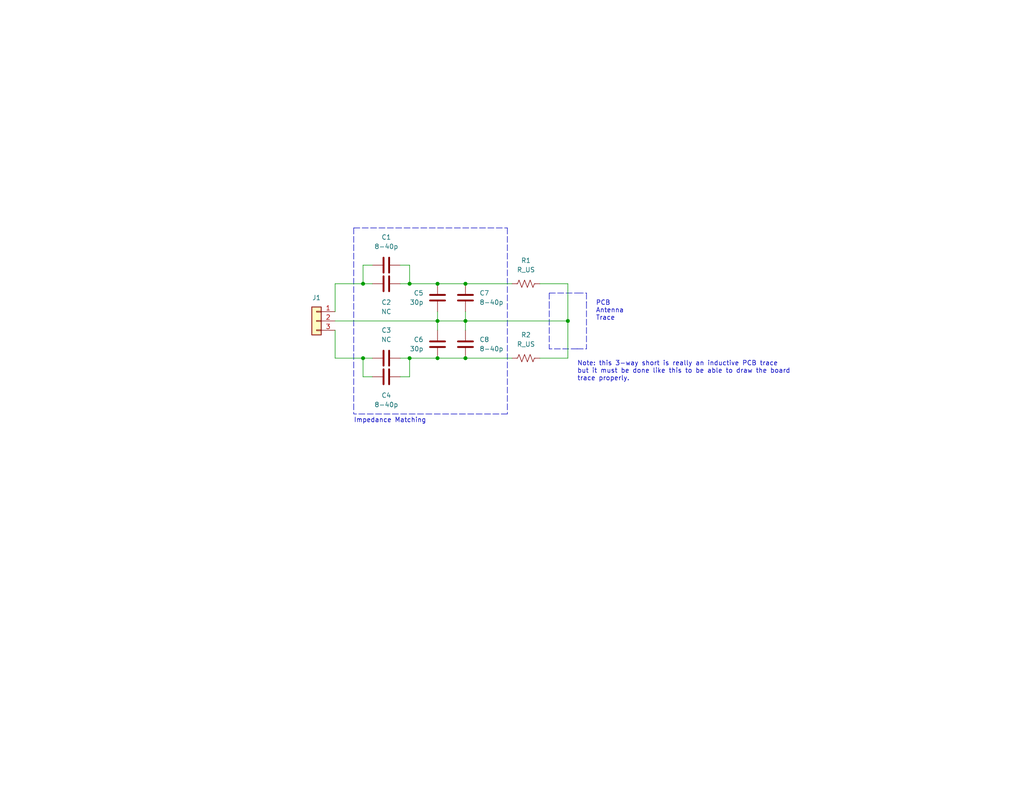
<source format=kicad_sch>
(kicad_sch (version 20211123) (generator eeschema)
  (paper "A")
  (title_block (title "Labpass RFID Reader - Mezzanine") (date "2022-05-15") (rev "1.0.0"))
  (lib_symbols
    (symbol "Connector_Generic:Conn_01x03" (pin_names (offset 1.016) hide)
      (property "Reference" "J" (at 0 5.08 0))
      (property "Value" "Conn_01x03" (at 0 -5.08 0))
      (symbol "Conn_01x03_1_1"
        (rectangle (start -1.27 -2.413) (end 0 -2.667) (stroke (width 0.1524)))
        (rectangle (start -1.27 0.127) (end 0 -0.127) (stroke (width 0.1524)))
        (rectangle (start -1.27 2.667) (end 0 2.413) (stroke (width 0.1524)))
        (rectangle (start -1.27 3.81) (end 1.27 -3.81) (stroke (width 0.254)) (fill (type background)))
        (pin passive line (at -5.08 2.54 0) (length 3.81) (name "Pin_1") (number "1"))
        (pin passive line (at -5.08 0 0) (length 3.81) (name "Pin_2") (number "2"))
        (pin passive line (at -5.08 -2.54 0) (length 3.81) (name "Pin_3") (number "3"))
      )
    )
    (symbol "Device:C" (pin_numbers hide) (pin_names (offset 0.254))
      (property "Reference" "C" (at 0.635 2.54 0))
      (property "Value" "C" (at 0.635 -2.54 0))
      (symbol "C_0_1"
        (polyline (pts (xy -2.032 -0.762) (xy 2.032 -0.762)) (stroke (width 0.508)))
        (polyline (pts (xy -2.032 0.762) (xy 2.032 0.762)) (stroke (width 0.508)))
      )
      (symbol "C_1_1"
        (pin passive line (at 0 3.81 270) (length 2.794) (name "~") (number "1"))
        (pin passive line (at 0 -3.81 90) (length 2.794) (name "~") (number "2"))
      )
    )
    (symbol "Device:R_US" (pin_numbers hide) (pin_names (offset 0))
      (property "Reference" "R" (at 2.54 0 90))
      (property "Value" "R_US" (at -2.54 0 90))
      (symbol "R_US_0_1"
        (polyline (pts (xy 0 -2.286) (xy 0 -2.54)))
        (polyline (pts (xy 0 2.286) (xy 0 2.54)))
        (polyline (pts (xy 0 -0.762) (xy 1.016 -1.143) (xy 0 -1.524) (xy -1.016 -1.905) (xy 0 -2.286)))
        (polyline (pts (xy 0 0.762) (xy 1.016 0.381) (xy 0 0) (xy -1.016 -0.381) (xy 0 -0.762)))
        (polyline (pts (xy 0 2.286) (xy 1.016 1.905) (xy 0 1.524) (xy -1.016 1.143) (xy 0 0.762)))
      )
      (symbol "R_US_1_1"
        (pin passive line (at 0 3.81 270) (length 1.27) (name "~") (number "1"))
        (pin passive line (at 0 -3.81 90) (length 1.27) (name "~") (number "2"))
      )
    )
  )
  (junction (at 119.38 87.63))
  (junction (at 127 77.47))
  (junction (at 119.38 97.79))
  (junction (at 127 97.79))
  (junction (at 99.06 97.79))
  (junction (at 127 87.63))
  (junction (at 154.94 87.63))
  (junction (at 99.06 77.47))
  (junction (at 111.76 77.47))
  (junction (at 119.38 77.47))
  (junction (at 111.76 97.79))
  (wire (pts (xy 91.44 77.47) (xy 99.06 77.47)))
  (wire (pts (xy 147.32 77.47) (xy 154.94 77.47)))
  (wire (pts (xy 127 85.09) (xy 127 87.63)))
  (wire (pts (xy 109.22 97.79) (xy 111.76 97.79)))
  (wire (pts (xy 111.76 77.47) (xy 119.38 77.47)))
  (wire (pts (xy 101.6 102.87) (xy 99.06 102.87)))
  (wire (pts (xy 99.06 72.39) (xy 99.06 77.47)))
  (wire (pts (xy 109.22 102.87) (xy 111.76 102.87)))
  (wire (pts (xy 111.76 97.79) (xy 119.38 97.79)))
  (wire (pts (xy 109.22 72.39) (xy 111.76 72.39)))
  (wire (pts (xy 91.44 77.47) (xy 91.44 85.09)))
  (polyline (pts (xy 149.86 80.01) (xy 149.86 82.55)))
  (polyline (pts (xy 160.02 80.01) (xy 160.02 82.55)))
  (polyline (pts (xy 157.48 95.25) (xy 149.86 95.25)))
  (wire (pts (xy 119.38 87.63) (xy 127 87.63)))
  (wire (pts (xy 109.22 77.47) (xy 111.76 77.47)))
  (polyline (pts (xy 96.52 62.23) (xy 96.52 113.03)))
  (polyline (pts (xy 138.43 113.03) (xy 96.52 113.03)))
  (polyline (pts (xy 157.48 80.01) (xy 160.02 80.01)))
  (wire (pts (xy 101.6 72.39) (xy 99.06 72.39)))
  (wire (pts (xy 127 97.79) (xy 139.7 97.79)))
  (wire (pts (xy 111.76 72.39) (xy 111.76 77.47)))
  (polyline (pts (xy 149.86 80.01) (xy 157.48 80.01)))
  (wire (pts (xy 127 87.63) (xy 127 90.17)))
  (polyline (pts (xy 138.43 62.23) (xy 138.43 113.03)))
  (wire (pts (xy 99.06 77.47) (xy 101.6 77.47)))
  (polyline (pts (xy 160.02 82.55) (xy 160.02 95.25)))
  (wire (pts (xy 154.94 87.63) (xy 154.94 97.79)))
  (wire (pts (xy 91.44 90.17) (xy 91.44 97.79)))
  (wire (pts (xy 91.44 97.79) (xy 99.06 97.79)))
  (wire (pts (xy 111.76 97.79) (xy 111.76 102.87)))
  (wire (pts (xy 147.32 97.79) (xy 154.94 97.79)))
  (wire (pts (xy 127 77.47) (xy 139.7 77.47)))
  (polyline (pts (xy 149.86 82.55) (xy 149.86 95.25)))
  (wire (pts (xy 119.38 97.79) (xy 127 97.79)))
  (wire (pts (xy 119.38 87.63) (xy 119.38 90.17)))
  (wire (pts (xy 99.06 97.79) (xy 99.06 102.87)))
  (polyline (pts (xy 96.52 62.23) (xy 138.43 62.23)))
  (wire (pts (xy 154.94 77.47) (xy 154.94 87.63)))
  (wire (pts (xy 127 87.63) (xy 154.94 87.63)))
  (wire (pts (xy 119.38 85.09) (xy 119.38 87.63)))
  (wire (pts (xy 119.38 77.47) (xy 127 77.47)))
  (wire (pts (xy 91.44 87.63) (xy 119.38 87.63)))
  (wire (pts (xy 99.06 97.79) (xy 101.6 97.79)))
  (polyline (pts (xy 157.48 95.25) (xy 160.02 95.25)))
  (text "PCB\nAntenna\nTrace" (at 162.56 87.63 0) (effects (font (size 1.27 1.27)) (justify left bottom)))
  (text "Impedance Matching" (at 96.52 115.57 0) (effects (font (size 1.27 1.27)) (justify left bottom)))
  (text "Note: this 3-way short is really an inductive PCB trace\nbut it must be done like this to be able to draw the board\ntrace properly." (at 157.48 104.14 0) (effects (font (size 1.27 1.27)) (justify left bottom)))
  (symbol (lib_id "Device:C") (at 105.41 72.39 90) (unit 1)
    (property "Reference" "C1" (at 105.41 64.77 90))
    (property "Value" "8-40p" (at 105.41 67.31 90))
    (property "Footprint" "Resistor_SMD:R_0603_1608Metric" (effects hide))
  )
  (symbol (lib_id "Connector_Generic:Conn_01x03") (at 86.36 87.63 0) (mirror y) (unit 1)
    (property "Reference" "J1" (at 86.36 81.28 0))
    (property "Value" "Conn_01x03_Male" (effects hide))
    (property "Footprint" "Capstone Footprint Library:PinHeader_1x03_P2.54mm_Horizontal" (effects hide))
  )
  (symbol (lib_id "Device:C") (at 119.38 81.28 0) (mirror x) (unit 1)
    (property "Reference" "C5" (at 115.57 80.0099 0) (effects (justify right)))
    (property "Value" "30p" (at 115.57 82.5499 0) (effects (justify right)))
    (property "Footprint" "Capacitor_SMD:C_0603_1608Metric" (effects hide))
  )
  (symbol (lib_id "Device:C") (at 127 81.28 0) (unit 1)
    (property "Reference" "C7" (at 130.81 80.0099 0) (effects (justify left)))
    (property "Value" "8-40p" (at 130.81 82.5499 0) (effects (justify left)))
    (property "Footprint" "Capacitor_SMD:C_0603_1608Metric" (effects hide))
  )
  (symbol (lib_id "Device:C") (at 127 93.98 0) (unit 1)
    (property "Reference" "C8" (at 130.81 92.7099 0) (effects (justify left)))
    (property "Value" "8-40p" (at 130.81 95.2499 0) (effects (justify left)))
    (property "Footprint" "Capacitor_SMD:C_0603_1608Metric" (effects hide))
  )
  (symbol (lib_id "Device:R_US") (at 143.51 97.79 90) (unit 1)
    (property "Reference" "R2" (at 143.51 91.44 90))
    (property "Value" "R_US" (at 143.51 93.98 90))
    (property "Footprint" "Resistor_SMD:R_0603_1608Metric" (effects hide))
  )
  (symbol (lib_id "Device:C") (at 105.41 102.87 90) (unit 1)
    (property "Reference" "C4" (at 105.41 107.95 90))
    (property "Value" "8-40p" (at 105.41 110.49 90))
    (property "Footprint" "Capacitor_SMD:C_0603_1608Metric" (effects hide))
  )
  (symbol (lib_id "Device:C") (at 119.38 93.98 0) (mirror x) (unit 1)
    (property "Reference" "C6" (at 115.57 92.7099 0) (effects (justify right)))
    (property "Value" "30p" (at 115.57 95.2499 0) (effects (justify right)))
    (property "Footprint" "Capacitor_SMD:C_0603_1608Metric" (effects hide))
  )
  (symbol (lib_id "Device:R_US") (at 143.51 77.47 90) (unit 1)
    (property "Reference" "R1" (at 143.51 71.12 90))
    (property "Value" "R_US" (at 143.51 73.66 90))
    (property "Footprint" "Resistor_SMD:R_0603_1608Metric" (effects hide))
  )
  (symbol (lib_id "Device:C") (at 105.41 97.79 90) (unit 1)
    (property "Reference" "C3" (at 105.41 90.17 90))
    (property "Value" "NC" (at 105.41 92.71 90))
    (property "Footprint" "Capacitor_SMD:C_0603_1608Metric" (effects hide))
  )
  (symbol (lib_id "Device:C") (at 105.41 77.47 90) (unit 1)
    (property "Reference" "C2" (at 105.41 82.55 90))
    (property "Value" "NC" (at 105.41 85.09 90))
    (property "Footprint" "Capacitor_SMD:C_0603_1608Metric" (effects hide))
  )
)
</source>
